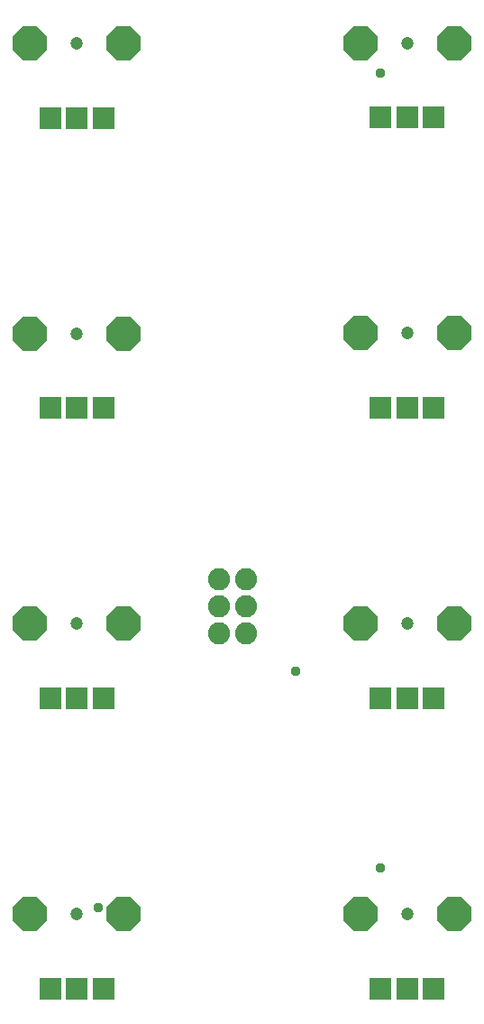
<source format=gbr>
G04 EAGLE Gerber RS-274X export*
G75*
%MOMM*%
%FSLAX34Y34*%
%LPD*%
%INSoldermask Top*%
%IPPOS*%
%AMOC8*
5,1,8,0,0,1.08239X$1,22.5*%
G01*
%ADD10C,1.203200*%
%ADD11C,2.082800*%
%ADD12R,2.082800X2.082800*%
%ADD13P,3.467112X8X292.500000*%
%ADD14C,0.959600*%


D10*
X379100Y907200D03*
X379100Y634700D03*
X379000Y362200D03*
X379200Y89800D03*
X68800Y89700D03*
X68700Y362100D03*
X68700Y634400D03*
X68700Y906800D03*
D11*
X202000Y404100D03*
X227400Y404100D03*
X202000Y378700D03*
X227400Y378700D03*
X202000Y353300D03*
X227400Y353300D03*
D12*
X354100Y564722D03*
X379100Y564722D03*
X404100Y564722D03*
D13*
X335100Y634722D03*
X423100Y634722D03*
D12*
X354100Y292278D03*
X379100Y292278D03*
X404100Y292278D03*
D13*
X335100Y362278D03*
X423100Y362278D03*
D12*
X354100Y19833D03*
X379100Y19833D03*
X404100Y19833D03*
D13*
X335100Y89833D03*
X423100Y89833D03*
D12*
X354100Y837167D03*
X379100Y837167D03*
X404100Y837167D03*
D13*
X335100Y907167D03*
X423100Y907167D03*
D12*
X43700Y19833D03*
X68700Y19833D03*
X93700Y19833D03*
D13*
X24700Y89833D03*
X112700Y89833D03*
D12*
X43700Y836833D03*
X68700Y836833D03*
X93700Y836833D03*
D13*
X24700Y906833D03*
X112700Y906833D03*
D12*
X43700Y292167D03*
X68700Y292167D03*
X93700Y292167D03*
D13*
X24700Y362167D03*
X112700Y362167D03*
D12*
X43700Y564500D03*
X68700Y564500D03*
X93700Y564500D03*
D13*
X24700Y634500D03*
X112700Y634500D03*
D14*
X89000Y96000D03*
X354000Y133000D03*
X354000Y879000D03*
X274000Y318000D03*
M02*

</source>
